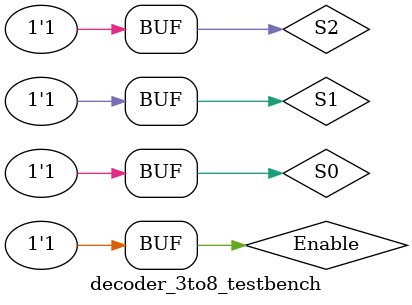
<source format=v>
`timescale 1ns / 1ps


module decoder_3to8_testbench();
  reg Enable, S1, S2, S0;
  wire D7, D6, D5, D4, D3, D2, D1, D0;

  decoder_3to8 dut(Enable, S2, S1, S0, D7, D6, D5, D4, D3, D2, D1, D0);

  initial begin
        Enable=0;    S2=0;  S1=0;   S0=0;
    #1  Enable=1;    S2=0;  S1=0;   S0=0;
    #1  Enable=1;    S2=0;  S1=0;   S0=1;
    #1  Enable=1;    S2=0;  S1=1;   S0=0;
    #1  Enable=1;    S2=0;  S1=1;   S0=1;
    #1  Enable=1;    S2=1;  S1=0;   S0=0;
    #1  Enable=1;    S2=1;  S1=0;   S0=1;
    #1  Enable=1;    S2=1;  S1=1;   S0=0;
    #1  Enable=1;    S2=1;  S1=1;   S0=1;
  end
endmodule
</source>
